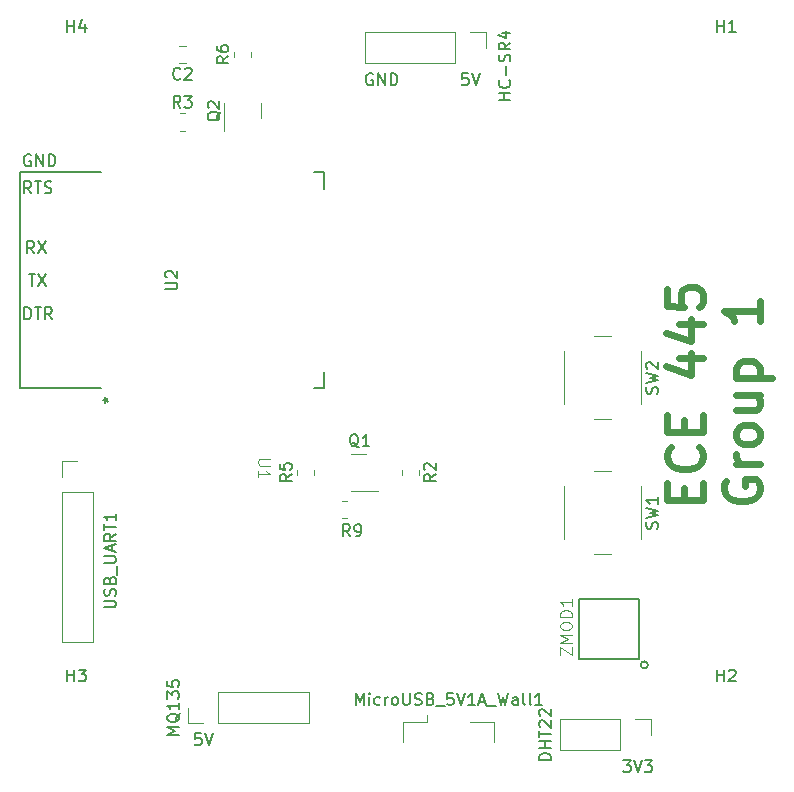
<source format=gbr>
%TF.GenerationSoftware,KiCad,Pcbnew,7.0.10*%
%TF.CreationDate,2024-03-04T00:36:13-06:00*%
%TF.ProjectId,ESP32,45535033-322e-46b6-9963-61645f706362,rev?*%
%TF.SameCoordinates,Original*%
%TF.FileFunction,Legend,Top*%
%TF.FilePolarity,Positive*%
%FSLAX46Y46*%
G04 Gerber Fmt 4.6, Leading zero omitted, Abs format (unit mm)*
G04 Created by KiCad (PCBNEW 7.0.10) date 2024-03-04 00:36:13*
%MOMM*%
%LPD*%
G01*
G04 APERTURE LIST*
%ADD10C,0.150000*%
%ADD11C,0.600000*%
%ADD12C,0.100000*%
%ADD13C,0.120000*%
%ADD14C,0.152400*%
G04 APERTURE END LIST*
D10*
X80616588Y-79689438D02*
X80521350Y-79641819D01*
X80521350Y-79641819D02*
X80378493Y-79641819D01*
X80378493Y-79641819D02*
X80235636Y-79689438D01*
X80235636Y-79689438D02*
X80140398Y-79784676D01*
X80140398Y-79784676D02*
X80092779Y-79879914D01*
X80092779Y-79879914D02*
X80045160Y-80070390D01*
X80045160Y-80070390D02*
X80045160Y-80213247D01*
X80045160Y-80213247D02*
X80092779Y-80403723D01*
X80092779Y-80403723D02*
X80140398Y-80498961D01*
X80140398Y-80498961D02*
X80235636Y-80594200D01*
X80235636Y-80594200D02*
X80378493Y-80641819D01*
X80378493Y-80641819D02*
X80473731Y-80641819D01*
X80473731Y-80641819D02*
X80616588Y-80594200D01*
X80616588Y-80594200D02*
X80664207Y-80546580D01*
X80664207Y-80546580D02*
X80664207Y-80213247D01*
X80664207Y-80213247D02*
X80473731Y-80213247D01*
X81092779Y-80641819D02*
X81092779Y-79641819D01*
X81092779Y-79641819D02*
X81664207Y-80641819D01*
X81664207Y-80641819D02*
X81664207Y-79641819D01*
X82140398Y-80641819D02*
X82140398Y-79641819D01*
X82140398Y-79641819D02*
X82378493Y-79641819D01*
X82378493Y-79641819D02*
X82521350Y-79689438D01*
X82521350Y-79689438D02*
X82616588Y-79784676D01*
X82616588Y-79784676D02*
X82664207Y-79879914D01*
X82664207Y-79879914D02*
X82711826Y-80070390D01*
X82711826Y-80070390D02*
X82711826Y-80213247D01*
X82711826Y-80213247D02*
X82664207Y-80403723D01*
X82664207Y-80403723D02*
X82616588Y-80498961D01*
X82616588Y-80498961D02*
X82521350Y-80594200D01*
X82521350Y-80594200D02*
X82378493Y-80641819D01*
X82378493Y-80641819D02*
X82140398Y-80641819D01*
X95046969Y-128663819D02*
X94570779Y-128663819D01*
X94570779Y-128663819D02*
X94523160Y-129140009D01*
X94523160Y-129140009D02*
X94570779Y-129092390D01*
X94570779Y-129092390D02*
X94666017Y-129044771D01*
X94666017Y-129044771D02*
X94904112Y-129044771D01*
X94904112Y-129044771D02*
X94999350Y-129092390D01*
X94999350Y-129092390D02*
X95046969Y-129140009D01*
X95046969Y-129140009D02*
X95094588Y-129235247D01*
X95094588Y-129235247D02*
X95094588Y-129473342D01*
X95094588Y-129473342D02*
X95046969Y-129568580D01*
X95046969Y-129568580D02*
X94999350Y-129616200D01*
X94999350Y-129616200D02*
X94904112Y-129663819D01*
X94904112Y-129663819D02*
X94666017Y-129663819D01*
X94666017Y-129663819D02*
X94570779Y-129616200D01*
X94570779Y-129616200D02*
X94523160Y-129568580D01*
X95380303Y-128663819D02*
X95713636Y-129663819D01*
X95713636Y-129663819D02*
X96046969Y-128663819D01*
X80664207Y-82927819D02*
X80330874Y-82451628D01*
X80092779Y-82927819D02*
X80092779Y-81927819D01*
X80092779Y-81927819D02*
X80473731Y-81927819D01*
X80473731Y-81927819D02*
X80568969Y-81975438D01*
X80568969Y-81975438D02*
X80616588Y-82023057D01*
X80616588Y-82023057D02*
X80664207Y-82118295D01*
X80664207Y-82118295D02*
X80664207Y-82261152D01*
X80664207Y-82261152D02*
X80616588Y-82356390D01*
X80616588Y-82356390D02*
X80568969Y-82404009D01*
X80568969Y-82404009D02*
X80473731Y-82451628D01*
X80473731Y-82451628D02*
X80092779Y-82451628D01*
X80949922Y-81927819D02*
X81521350Y-81927819D01*
X81235636Y-82927819D02*
X81235636Y-81927819D01*
X81807065Y-82880200D02*
X81949922Y-82927819D01*
X81949922Y-82927819D02*
X82188017Y-82927819D01*
X82188017Y-82927819D02*
X82283255Y-82880200D01*
X82283255Y-82880200D02*
X82330874Y-82832580D01*
X82330874Y-82832580D02*
X82378493Y-82737342D01*
X82378493Y-82737342D02*
X82378493Y-82642104D01*
X82378493Y-82642104D02*
X82330874Y-82546866D01*
X82330874Y-82546866D02*
X82283255Y-82499247D01*
X82283255Y-82499247D02*
X82188017Y-82451628D01*
X82188017Y-82451628D02*
X81997541Y-82404009D01*
X81997541Y-82404009D02*
X81902303Y-82356390D01*
X81902303Y-82356390D02*
X81854684Y-82308771D01*
X81854684Y-82308771D02*
X81807065Y-82213533D01*
X81807065Y-82213533D02*
X81807065Y-82118295D01*
X81807065Y-82118295D02*
X81854684Y-82023057D01*
X81854684Y-82023057D02*
X81902303Y-81975438D01*
X81902303Y-81975438D02*
X81997541Y-81927819D01*
X81997541Y-81927819D02*
X82235636Y-81927819D01*
X82235636Y-81927819D02*
X82378493Y-81975438D01*
D11*
X135948228Y-108872978D02*
X135948228Y-107872978D01*
X137519657Y-107444406D02*
X137519657Y-108872978D01*
X137519657Y-108872978D02*
X134519657Y-108872978D01*
X134519657Y-108872978D02*
X134519657Y-107444406D01*
X137233942Y-104444406D02*
X137376800Y-104587263D01*
X137376800Y-104587263D02*
X137519657Y-105015835D01*
X137519657Y-105015835D02*
X137519657Y-105301549D01*
X137519657Y-105301549D02*
X137376800Y-105730120D01*
X137376800Y-105730120D02*
X137091085Y-106015835D01*
X137091085Y-106015835D02*
X136805371Y-106158692D01*
X136805371Y-106158692D02*
X136233942Y-106301549D01*
X136233942Y-106301549D02*
X135805371Y-106301549D01*
X135805371Y-106301549D02*
X135233942Y-106158692D01*
X135233942Y-106158692D02*
X134948228Y-106015835D01*
X134948228Y-106015835D02*
X134662514Y-105730120D01*
X134662514Y-105730120D02*
X134519657Y-105301549D01*
X134519657Y-105301549D02*
X134519657Y-105015835D01*
X134519657Y-105015835D02*
X134662514Y-104587263D01*
X134662514Y-104587263D02*
X134805371Y-104444406D01*
X135948228Y-103158692D02*
X135948228Y-102158692D01*
X137519657Y-101730120D02*
X137519657Y-103158692D01*
X137519657Y-103158692D02*
X134519657Y-103158692D01*
X134519657Y-103158692D02*
X134519657Y-101730120D01*
X135519657Y-96872978D02*
X137519657Y-96872978D01*
X134376800Y-97587263D02*
X136519657Y-98301549D01*
X136519657Y-98301549D02*
X136519657Y-96444406D01*
X135519657Y-94015835D02*
X137519657Y-94015835D01*
X134376800Y-94730120D02*
X136519657Y-95444406D01*
X136519657Y-95444406D02*
X136519657Y-93587263D01*
X134519657Y-91015834D02*
X134519657Y-92444406D01*
X134519657Y-92444406D02*
X135948228Y-92587263D01*
X135948228Y-92587263D02*
X135805371Y-92444406D01*
X135805371Y-92444406D02*
X135662514Y-92158692D01*
X135662514Y-92158692D02*
X135662514Y-91444406D01*
X135662514Y-91444406D02*
X135805371Y-91158692D01*
X135805371Y-91158692D02*
X135948228Y-91015834D01*
X135948228Y-91015834D02*
X136233942Y-90872977D01*
X136233942Y-90872977D02*
X136948228Y-90872977D01*
X136948228Y-90872977D02*
X137233942Y-91015834D01*
X137233942Y-91015834D02*
X137376800Y-91158692D01*
X137376800Y-91158692D02*
X137519657Y-91444406D01*
X137519657Y-91444406D02*
X137519657Y-92158692D01*
X137519657Y-92158692D02*
X137376800Y-92444406D01*
X137376800Y-92444406D02*
X137233942Y-92587263D01*
X139492514Y-107301549D02*
X139349657Y-107587264D01*
X139349657Y-107587264D02*
X139349657Y-108015835D01*
X139349657Y-108015835D02*
X139492514Y-108444406D01*
X139492514Y-108444406D02*
X139778228Y-108730121D01*
X139778228Y-108730121D02*
X140063942Y-108872978D01*
X140063942Y-108872978D02*
X140635371Y-109015835D01*
X140635371Y-109015835D02*
X141063942Y-109015835D01*
X141063942Y-109015835D02*
X141635371Y-108872978D01*
X141635371Y-108872978D02*
X141921085Y-108730121D01*
X141921085Y-108730121D02*
X142206800Y-108444406D01*
X142206800Y-108444406D02*
X142349657Y-108015835D01*
X142349657Y-108015835D02*
X142349657Y-107730121D01*
X142349657Y-107730121D02*
X142206800Y-107301549D01*
X142206800Y-107301549D02*
X142063942Y-107158692D01*
X142063942Y-107158692D02*
X141063942Y-107158692D01*
X141063942Y-107158692D02*
X141063942Y-107730121D01*
X142349657Y-105872978D02*
X140349657Y-105872978D01*
X140921085Y-105872978D02*
X140635371Y-105730121D01*
X140635371Y-105730121D02*
X140492514Y-105587264D01*
X140492514Y-105587264D02*
X140349657Y-105301549D01*
X140349657Y-105301549D02*
X140349657Y-105015835D01*
X142349657Y-103587263D02*
X142206800Y-103872978D01*
X142206800Y-103872978D02*
X142063942Y-104015835D01*
X142063942Y-104015835D02*
X141778228Y-104158692D01*
X141778228Y-104158692D02*
X140921085Y-104158692D01*
X140921085Y-104158692D02*
X140635371Y-104015835D01*
X140635371Y-104015835D02*
X140492514Y-103872978D01*
X140492514Y-103872978D02*
X140349657Y-103587263D01*
X140349657Y-103587263D02*
X140349657Y-103158692D01*
X140349657Y-103158692D02*
X140492514Y-102872978D01*
X140492514Y-102872978D02*
X140635371Y-102730121D01*
X140635371Y-102730121D02*
X140921085Y-102587263D01*
X140921085Y-102587263D02*
X141778228Y-102587263D01*
X141778228Y-102587263D02*
X142063942Y-102730121D01*
X142063942Y-102730121D02*
X142206800Y-102872978D01*
X142206800Y-102872978D02*
X142349657Y-103158692D01*
X142349657Y-103158692D02*
X142349657Y-103587263D01*
X140349657Y-100015835D02*
X142349657Y-100015835D01*
X140349657Y-101301549D02*
X141921085Y-101301549D01*
X141921085Y-101301549D02*
X142206800Y-101158692D01*
X142206800Y-101158692D02*
X142349657Y-100872977D01*
X142349657Y-100872977D02*
X142349657Y-100444406D01*
X142349657Y-100444406D02*
X142206800Y-100158692D01*
X142206800Y-100158692D02*
X142063942Y-100015835D01*
X140349657Y-98587263D02*
X143349657Y-98587263D01*
X140492514Y-98587263D02*
X140349657Y-98301549D01*
X140349657Y-98301549D02*
X140349657Y-97730120D01*
X140349657Y-97730120D02*
X140492514Y-97444406D01*
X140492514Y-97444406D02*
X140635371Y-97301549D01*
X140635371Y-97301549D02*
X140921085Y-97158691D01*
X140921085Y-97158691D02*
X141778228Y-97158691D01*
X141778228Y-97158691D02*
X142063942Y-97301549D01*
X142063942Y-97301549D02*
X142206800Y-97444406D01*
X142206800Y-97444406D02*
X142349657Y-97730120D01*
X142349657Y-97730120D02*
X142349657Y-98301549D01*
X142349657Y-98301549D02*
X142206800Y-98587263D01*
X142349657Y-92015834D02*
X142349657Y-93730120D01*
X142349657Y-92872977D02*
X139349657Y-92872977D01*
X139349657Y-92872977D02*
X139778228Y-93158691D01*
X139778228Y-93158691D02*
X140063942Y-93444406D01*
X140063942Y-93444406D02*
X140206800Y-93730120D01*
D10*
X80092779Y-93595819D02*
X80092779Y-92595819D01*
X80092779Y-92595819D02*
X80330874Y-92595819D01*
X80330874Y-92595819D02*
X80473731Y-92643438D01*
X80473731Y-92643438D02*
X80568969Y-92738676D01*
X80568969Y-92738676D02*
X80616588Y-92833914D01*
X80616588Y-92833914D02*
X80664207Y-93024390D01*
X80664207Y-93024390D02*
X80664207Y-93167247D01*
X80664207Y-93167247D02*
X80616588Y-93357723D01*
X80616588Y-93357723D02*
X80568969Y-93452961D01*
X80568969Y-93452961D02*
X80473731Y-93548200D01*
X80473731Y-93548200D02*
X80330874Y-93595819D01*
X80330874Y-93595819D02*
X80092779Y-93595819D01*
X80949922Y-92595819D02*
X81521350Y-92595819D01*
X81235636Y-93595819D02*
X81235636Y-92595819D01*
X82426112Y-93595819D02*
X82092779Y-93119628D01*
X81854684Y-93595819D02*
X81854684Y-92595819D01*
X81854684Y-92595819D02*
X82235636Y-92595819D01*
X82235636Y-92595819D02*
X82330874Y-92643438D01*
X82330874Y-92643438D02*
X82378493Y-92691057D01*
X82378493Y-92691057D02*
X82426112Y-92786295D01*
X82426112Y-92786295D02*
X82426112Y-92929152D01*
X82426112Y-92929152D02*
X82378493Y-93024390D01*
X82378493Y-93024390D02*
X82330874Y-93072009D01*
X82330874Y-93072009D02*
X82235636Y-93119628D01*
X82235636Y-93119628D02*
X81854684Y-93119628D01*
X80918207Y-88007819D02*
X80584874Y-87531628D01*
X80346779Y-88007819D02*
X80346779Y-87007819D01*
X80346779Y-87007819D02*
X80727731Y-87007819D01*
X80727731Y-87007819D02*
X80822969Y-87055438D01*
X80822969Y-87055438D02*
X80870588Y-87103057D01*
X80870588Y-87103057D02*
X80918207Y-87198295D01*
X80918207Y-87198295D02*
X80918207Y-87341152D01*
X80918207Y-87341152D02*
X80870588Y-87436390D01*
X80870588Y-87436390D02*
X80822969Y-87484009D01*
X80822969Y-87484009D02*
X80727731Y-87531628D01*
X80727731Y-87531628D02*
X80346779Y-87531628D01*
X81251541Y-87007819D02*
X81918207Y-88007819D01*
X81918207Y-87007819D02*
X81251541Y-88007819D01*
X117652969Y-72783819D02*
X117176779Y-72783819D01*
X117176779Y-72783819D02*
X117129160Y-73260009D01*
X117129160Y-73260009D02*
X117176779Y-73212390D01*
X117176779Y-73212390D02*
X117272017Y-73164771D01*
X117272017Y-73164771D02*
X117510112Y-73164771D01*
X117510112Y-73164771D02*
X117605350Y-73212390D01*
X117605350Y-73212390D02*
X117652969Y-73260009D01*
X117652969Y-73260009D02*
X117700588Y-73355247D01*
X117700588Y-73355247D02*
X117700588Y-73593342D01*
X117700588Y-73593342D02*
X117652969Y-73688580D01*
X117652969Y-73688580D02*
X117605350Y-73736200D01*
X117605350Y-73736200D02*
X117510112Y-73783819D01*
X117510112Y-73783819D02*
X117272017Y-73783819D01*
X117272017Y-73783819D02*
X117176779Y-73736200D01*
X117176779Y-73736200D02*
X117129160Y-73688580D01*
X117986303Y-72783819D02*
X118319636Y-73783819D01*
X118319636Y-73783819D02*
X118652969Y-72783819D01*
X130797541Y-130949819D02*
X131416588Y-130949819D01*
X131416588Y-130949819D02*
X131083255Y-131330771D01*
X131083255Y-131330771D02*
X131226112Y-131330771D01*
X131226112Y-131330771D02*
X131321350Y-131378390D01*
X131321350Y-131378390D02*
X131368969Y-131426009D01*
X131368969Y-131426009D02*
X131416588Y-131521247D01*
X131416588Y-131521247D02*
X131416588Y-131759342D01*
X131416588Y-131759342D02*
X131368969Y-131854580D01*
X131368969Y-131854580D02*
X131321350Y-131902200D01*
X131321350Y-131902200D02*
X131226112Y-131949819D01*
X131226112Y-131949819D02*
X130940398Y-131949819D01*
X130940398Y-131949819D02*
X130845160Y-131902200D01*
X130845160Y-131902200D02*
X130797541Y-131854580D01*
X131702303Y-130949819D02*
X132035636Y-131949819D01*
X132035636Y-131949819D02*
X132368969Y-130949819D01*
X132607065Y-130949819D02*
X133226112Y-130949819D01*
X133226112Y-130949819D02*
X132892779Y-131330771D01*
X132892779Y-131330771D02*
X133035636Y-131330771D01*
X133035636Y-131330771D02*
X133130874Y-131378390D01*
X133130874Y-131378390D02*
X133178493Y-131426009D01*
X133178493Y-131426009D02*
X133226112Y-131521247D01*
X133226112Y-131521247D02*
X133226112Y-131759342D01*
X133226112Y-131759342D02*
X133178493Y-131854580D01*
X133178493Y-131854580D02*
X133130874Y-131902200D01*
X133130874Y-131902200D02*
X133035636Y-131949819D01*
X133035636Y-131949819D02*
X132749922Y-131949819D01*
X132749922Y-131949819D02*
X132654684Y-131902200D01*
X132654684Y-131902200D02*
X132607065Y-131854580D01*
X80457922Y-89801819D02*
X81029350Y-89801819D01*
X80743636Y-90801819D02*
X80743636Y-89801819D01*
X81267446Y-89801819D02*
X81934112Y-90801819D01*
X81934112Y-89801819D02*
X81267446Y-90801819D01*
X109572588Y-72831438D02*
X109477350Y-72783819D01*
X109477350Y-72783819D02*
X109334493Y-72783819D01*
X109334493Y-72783819D02*
X109191636Y-72831438D01*
X109191636Y-72831438D02*
X109096398Y-72926676D01*
X109096398Y-72926676D02*
X109048779Y-73021914D01*
X109048779Y-73021914D02*
X109001160Y-73212390D01*
X109001160Y-73212390D02*
X109001160Y-73355247D01*
X109001160Y-73355247D02*
X109048779Y-73545723D01*
X109048779Y-73545723D02*
X109096398Y-73640961D01*
X109096398Y-73640961D02*
X109191636Y-73736200D01*
X109191636Y-73736200D02*
X109334493Y-73783819D01*
X109334493Y-73783819D02*
X109429731Y-73783819D01*
X109429731Y-73783819D02*
X109572588Y-73736200D01*
X109572588Y-73736200D02*
X109620207Y-73688580D01*
X109620207Y-73688580D02*
X109620207Y-73355247D01*
X109620207Y-73355247D02*
X109429731Y-73355247D01*
X110048779Y-73783819D02*
X110048779Y-72783819D01*
X110048779Y-72783819D02*
X110620207Y-73783819D01*
X110620207Y-73783819D02*
X110620207Y-72783819D01*
X111096398Y-73783819D02*
X111096398Y-72783819D01*
X111096398Y-72783819D02*
X111334493Y-72783819D01*
X111334493Y-72783819D02*
X111477350Y-72831438D01*
X111477350Y-72831438D02*
X111572588Y-72926676D01*
X111572588Y-72926676D02*
X111620207Y-73021914D01*
X111620207Y-73021914D02*
X111667826Y-73212390D01*
X111667826Y-73212390D02*
X111667826Y-73355247D01*
X111667826Y-73355247D02*
X111620207Y-73545723D01*
X111620207Y-73545723D02*
X111572588Y-73640961D01*
X111572588Y-73640961D02*
X111477350Y-73736200D01*
X111477350Y-73736200D02*
X111334493Y-73783819D01*
X111334493Y-73783819D02*
X111096398Y-73783819D01*
X124660819Y-130897047D02*
X123660819Y-130897047D01*
X123660819Y-130897047D02*
X123660819Y-130658952D01*
X123660819Y-130658952D02*
X123708438Y-130516095D01*
X123708438Y-130516095D02*
X123803676Y-130420857D01*
X123803676Y-130420857D02*
X123898914Y-130373238D01*
X123898914Y-130373238D02*
X124089390Y-130325619D01*
X124089390Y-130325619D02*
X124232247Y-130325619D01*
X124232247Y-130325619D02*
X124422723Y-130373238D01*
X124422723Y-130373238D02*
X124517961Y-130420857D01*
X124517961Y-130420857D02*
X124613200Y-130516095D01*
X124613200Y-130516095D02*
X124660819Y-130658952D01*
X124660819Y-130658952D02*
X124660819Y-130897047D01*
X124660819Y-129897047D02*
X123660819Y-129897047D01*
X124137009Y-129897047D02*
X124137009Y-129325619D01*
X124660819Y-129325619D02*
X123660819Y-129325619D01*
X123660819Y-128992285D02*
X123660819Y-128420857D01*
X124660819Y-128706571D02*
X123660819Y-128706571D01*
X123756057Y-128135142D02*
X123708438Y-128087523D01*
X123708438Y-128087523D02*
X123660819Y-127992285D01*
X123660819Y-127992285D02*
X123660819Y-127754190D01*
X123660819Y-127754190D02*
X123708438Y-127658952D01*
X123708438Y-127658952D02*
X123756057Y-127611333D01*
X123756057Y-127611333D02*
X123851295Y-127563714D01*
X123851295Y-127563714D02*
X123946533Y-127563714D01*
X123946533Y-127563714D02*
X124089390Y-127611333D01*
X124089390Y-127611333D02*
X124660819Y-128182761D01*
X124660819Y-128182761D02*
X124660819Y-127563714D01*
X123756057Y-127182761D02*
X123708438Y-127135142D01*
X123708438Y-127135142D02*
X123660819Y-127039904D01*
X123660819Y-127039904D02*
X123660819Y-126801809D01*
X123660819Y-126801809D02*
X123708438Y-126706571D01*
X123708438Y-126706571D02*
X123756057Y-126658952D01*
X123756057Y-126658952D02*
X123851295Y-126611333D01*
X123851295Y-126611333D02*
X123946533Y-126611333D01*
X123946533Y-126611333D02*
X124089390Y-126658952D01*
X124089390Y-126658952D02*
X124660819Y-127230380D01*
X124660819Y-127230380D02*
X124660819Y-126611333D01*
X102714319Y-106719666D02*
X102238128Y-107052999D01*
X102714319Y-107291094D02*
X101714319Y-107291094D01*
X101714319Y-107291094D02*
X101714319Y-106910142D01*
X101714319Y-106910142D02*
X101761938Y-106814904D01*
X101761938Y-106814904D02*
X101809557Y-106767285D01*
X101809557Y-106767285D02*
X101904795Y-106719666D01*
X101904795Y-106719666D02*
X102047652Y-106719666D01*
X102047652Y-106719666D02*
X102142890Y-106767285D01*
X102142890Y-106767285D02*
X102190509Y-106814904D01*
X102190509Y-106814904D02*
X102238128Y-106910142D01*
X102238128Y-106910142D02*
X102238128Y-107291094D01*
X101714319Y-105814904D02*
X101714319Y-106291094D01*
X101714319Y-106291094D02*
X102190509Y-106338713D01*
X102190509Y-106338713D02*
X102142890Y-106291094D01*
X102142890Y-106291094D02*
X102095271Y-106195856D01*
X102095271Y-106195856D02*
X102095271Y-105957761D01*
X102095271Y-105957761D02*
X102142890Y-105862523D01*
X102142890Y-105862523D02*
X102190509Y-105814904D01*
X102190509Y-105814904D02*
X102285747Y-105767285D01*
X102285747Y-105767285D02*
X102523842Y-105767285D01*
X102523842Y-105767285D02*
X102619080Y-105814904D01*
X102619080Y-105814904D02*
X102666700Y-105862523D01*
X102666700Y-105862523D02*
X102714319Y-105957761D01*
X102714319Y-105957761D02*
X102714319Y-106195856D01*
X102714319Y-106195856D02*
X102666700Y-106291094D01*
X102666700Y-106291094D02*
X102619080Y-106338713D01*
X96702057Y-76041238D02*
X96654438Y-76136476D01*
X96654438Y-76136476D02*
X96559200Y-76231714D01*
X96559200Y-76231714D02*
X96416342Y-76374571D01*
X96416342Y-76374571D02*
X96368723Y-76469809D01*
X96368723Y-76469809D02*
X96368723Y-76565047D01*
X96606819Y-76517428D02*
X96559200Y-76612666D01*
X96559200Y-76612666D02*
X96463961Y-76707904D01*
X96463961Y-76707904D02*
X96273485Y-76755523D01*
X96273485Y-76755523D02*
X95940152Y-76755523D01*
X95940152Y-76755523D02*
X95749676Y-76707904D01*
X95749676Y-76707904D02*
X95654438Y-76612666D01*
X95654438Y-76612666D02*
X95606819Y-76517428D01*
X95606819Y-76517428D02*
X95606819Y-76326952D01*
X95606819Y-76326952D02*
X95654438Y-76231714D01*
X95654438Y-76231714D02*
X95749676Y-76136476D01*
X95749676Y-76136476D02*
X95940152Y-76088857D01*
X95940152Y-76088857D02*
X96273485Y-76088857D01*
X96273485Y-76088857D02*
X96463961Y-76136476D01*
X96463961Y-76136476D02*
X96559200Y-76231714D01*
X96559200Y-76231714D02*
X96606819Y-76326952D01*
X96606819Y-76326952D02*
X96606819Y-76517428D01*
X95702057Y-75707904D02*
X95654438Y-75660285D01*
X95654438Y-75660285D02*
X95606819Y-75565047D01*
X95606819Y-75565047D02*
X95606819Y-75326952D01*
X95606819Y-75326952D02*
X95654438Y-75231714D01*
X95654438Y-75231714D02*
X95702057Y-75184095D01*
X95702057Y-75184095D02*
X95797295Y-75136476D01*
X95797295Y-75136476D02*
X95892533Y-75136476D01*
X95892533Y-75136476D02*
X96035390Y-75184095D01*
X96035390Y-75184095D02*
X96606819Y-75755523D01*
X96606819Y-75755523D02*
X96606819Y-75136476D01*
D12*
X125441419Y-122038761D02*
X125441419Y-121372095D01*
X125441419Y-121372095D02*
X126441419Y-122038761D01*
X126441419Y-122038761D02*
X126441419Y-121372095D01*
X126441419Y-120991142D02*
X125441419Y-120991142D01*
X125441419Y-120991142D02*
X126155704Y-120657809D01*
X126155704Y-120657809D02*
X125441419Y-120324476D01*
X125441419Y-120324476D02*
X126441419Y-120324476D01*
X125441419Y-119657809D02*
X125441419Y-119467333D01*
X125441419Y-119467333D02*
X125489038Y-119372095D01*
X125489038Y-119372095D02*
X125584276Y-119276857D01*
X125584276Y-119276857D02*
X125774752Y-119229238D01*
X125774752Y-119229238D02*
X126108085Y-119229238D01*
X126108085Y-119229238D02*
X126298561Y-119276857D01*
X126298561Y-119276857D02*
X126393800Y-119372095D01*
X126393800Y-119372095D02*
X126441419Y-119467333D01*
X126441419Y-119467333D02*
X126441419Y-119657809D01*
X126441419Y-119657809D02*
X126393800Y-119753047D01*
X126393800Y-119753047D02*
X126298561Y-119848285D01*
X126298561Y-119848285D02*
X126108085Y-119895904D01*
X126108085Y-119895904D02*
X125774752Y-119895904D01*
X125774752Y-119895904D02*
X125584276Y-119848285D01*
X125584276Y-119848285D02*
X125489038Y-119753047D01*
X125489038Y-119753047D02*
X125441419Y-119657809D01*
X126441419Y-118800666D02*
X125441419Y-118800666D01*
X125441419Y-118800666D02*
X125441419Y-118562571D01*
X125441419Y-118562571D02*
X125489038Y-118419714D01*
X125489038Y-118419714D02*
X125584276Y-118324476D01*
X125584276Y-118324476D02*
X125679514Y-118276857D01*
X125679514Y-118276857D02*
X125869990Y-118229238D01*
X125869990Y-118229238D02*
X126012847Y-118229238D01*
X126012847Y-118229238D02*
X126203323Y-118276857D01*
X126203323Y-118276857D02*
X126298561Y-118324476D01*
X126298561Y-118324476D02*
X126393800Y-118419714D01*
X126393800Y-118419714D02*
X126441419Y-118562571D01*
X126441419Y-118562571D02*
X126441419Y-118800666D01*
X126441419Y-117276857D02*
X126441419Y-117848285D01*
X126441419Y-117562571D02*
X125441419Y-117562571D01*
X125441419Y-117562571D02*
X125584276Y-117657809D01*
X125584276Y-117657809D02*
X125679514Y-117753047D01*
X125679514Y-117753047D02*
X125727133Y-117848285D01*
D10*
X92034819Y-91058904D02*
X92844342Y-91058904D01*
X92844342Y-91058904D02*
X92939580Y-91011285D01*
X92939580Y-91011285D02*
X92987200Y-90963666D01*
X92987200Y-90963666D02*
X93034819Y-90868428D01*
X93034819Y-90868428D02*
X93034819Y-90677952D01*
X93034819Y-90677952D02*
X92987200Y-90582714D01*
X92987200Y-90582714D02*
X92939580Y-90535095D01*
X92939580Y-90535095D02*
X92844342Y-90487476D01*
X92844342Y-90487476D02*
X92034819Y-90487476D01*
X92130057Y-90058904D02*
X92082438Y-90011285D01*
X92082438Y-90011285D02*
X92034819Y-89916047D01*
X92034819Y-89916047D02*
X92034819Y-89677952D01*
X92034819Y-89677952D02*
X92082438Y-89582714D01*
X92082438Y-89582714D02*
X92130057Y-89535095D01*
X92130057Y-89535095D02*
X92225295Y-89487476D01*
X92225295Y-89487476D02*
X92320533Y-89487476D01*
X92320533Y-89487476D02*
X92463390Y-89535095D01*
X92463390Y-89535095D02*
X93034819Y-90106523D01*
X93034819Y-90106523D02*
X93034819Y-89487476D01*
X86774819Y-100431299D02*
X87012914Y-100431299D01*
X86917676Y-100669394D02*
X87012914Y-100431299D01*
X87012914Y-100431299D02*
X86917676Y-100193204D01*
X87203390Y-100574156D02*
X87012914Y-100431299D01*
X87012914Y-100431299D02*
X87203390Y-100288442D01*
X86774819Y-100431299D02*
X87012914Y-100431299D01*
X86917676Y-100669394D02*
X87012914Y-100431299D01*
X87012914Y-100431299D02*
X86917676Y-100193204D01*
X87203390Y-100574156D02*
X87012914Y-100431299D01*
X87012914Y-100431299D02*
X87203390Y-100288442D01*
X83738095Y-124254819D02*
X83738095Y-123254819D01*
X83738095Y-123731009D02*
X84309523Y-123731009D01*
X84309523Y-124254819D02*
X84309523Y-123254819D01*
X84690476Y-123254819D02*
X85309523Y-123254819D01*
X85309523Y-123254819D02*
X84976190Y-123635771D01*
X84976190Y-123635771D02*
X85119047Y-123635771D01*
X85119047Y-123635771D02*
X85214285Y-123683390D01*
X85214285Y-123683390D02*
X85261904Y-123731009D01*
X85261904Y-123731009D02*
X85309523Y-123826247D01*
X85309523Y-123826247D02*
X85309523Y-124064342D01*
X85309523Y-124064342D02*
X85261904Y-124159580D01*
X85261904Y-124159580D02*
X85214285Y-124207200D01*
X85214285Y-124207200D02*
X85119047Y-124254819D01*
X85119047Y-124254819D02*
X84833333Y-124254819D01*
X84833333Y-124254819D02*
X84738095Y-124207200D01*
X84738095Y-124207200D02*
X84690476Y-124159580D01*
X107656333Y-111960819D02*
X107323000Y-111484628D01*
X107084905Y-111960819D02*
X107084905Y-110960819D01*
X107084905Y-110960819D02*
X107465857Y-110960819D01*
X107465857Y-110960819D02*
X107561095Y-111008438D01*
X107561095Y-111008438D02*
X107608714Y-111056057D01*
X107608714Y-111056057D02*
X107656333Y-111151295D01*
X107656333Y-111151295D02*
X107656333Y-111294152D01*
X107656333Y-111294152D02*
X107608714Y-111389390D01*
X107608714Y-111389390D02*
X107561095Y-111437009D01*
X107561095Y-111437009D02*
X107465857Y-111484628D01*
X107465857Y-111484628D02*
X107084905Y-111484628D01*
X108132524Y-111960819D02*
X108323000Y-111960819D01*
X108323000Y-111960819D02*
X108418238Y-111913200D01*
X108418238Y-111913200D02*
X108465857Y-111865580D01*
X108465857Y-111865580D02*
X108561095Y-111722723D01*
X108561095Y-111722723D02*
X108608714Y-111532247D01*
X108608714Y-111532247D02*
X108608714Y-111151295D01*
X108608714Y-111151295D02*
X108561095Y-111056057D01*
X108561095Y-111056057D02*
X108513476Y-111008438D01*
X108513476Y-111008438D02*
X108418238Y-110960819D01*
X108418238Y-110960819D02*
X108227762Y-110960819D01*
X108227762Y-110960819D02*
X108132524Y-111008438D01*
X108132524Y-111008438D02*
X108084905Y-111056057D01*
X108084905Y-111056057D02*
X108037286Y-111151295D01*
X108037286Y-111151295D02*
X108037286Y-111389390D01*
X108037286Y-111389390D02*
X108084905Y-111484628D01*
X108084905Y-111484628D02*
X108132524Y-111532247D01*
X108132524Y-111532247D02*
X108227762Y-111579866D01*
X108227762Y-111579866D02*
X108418238Y-111579866D01*
X108418238Y-111579866D02*
X108513476Y-111532247D01*
X108513476Y-111532247D02*
X108561095Y-111484628D01*
X108561095Y-111484628D02*
X108608714Y-111389390D01*
X97356819Y-71335166D02*
X96880628Y-71668499D01*
X97356819Y-71906594D02*
X96356819Y-71906594D01*
X96356819Y-71906594D02*
X96356819Y-71525642D01*
X96356819Y-71525642D02*
X96404438Y-71430404D01*
X96404438Y-71430404D02*
X96452057Y-71382785D01*
X96452057Y-71382785D02*
X96547295Y-71335166D01*
X96547295Y-71335166D02*
X96690152Y-71335166D01*
X96690152Y-71335166D02*
X96785390Y-71382785D01*
X96785390Y-71382785D02*
X96833009Y-71430404D01*
X96833009Y-71430404D02*
X96880628Y-71525642D01*
X96880628Y-71525642D02*
X96880628Y-71906594D01*
X96356819Y-70478023D02*
X96356819Y-70668499D01*
X96356819Y-70668499D02*
X96404438Y-70763737D01*
X96404438Y-70763737D02*
X96452057Y-70811356D01*
X96452057Y-70811356D02*
X96594914Y-70906594D01*
X96594914Y-70906594D02*
X96785390Y-70954213D01*
X96785390Y-70954213D02*
X97166342Y-70954213D01*
X97166342Y-70954213D02*
X97261580Y-70906594D01*
X97261580Y-70906594D02*
X97309200Y-70858975D01*
X97309200Y-70858975D02*
X97356819Y-70763737D01*
X97356819Y-70763737D02*
X97356819Y-70573261D01*
X97356819Y-70573261D02*
X97309200Y-70478023D01*
X97309200Y-70478023D02*
X97261580Y-70430404D01*
X97261580Y-70430404D02*
X97166342Y-70382785D01*
X97166342Y-70382785D02*
X96928247Y-70382785D01*
X96928247Y-70382785D02*
X96833009Y-70430404D01*
X96833009Y-70430404D02*
X96785390Y-70478023D01*
X96785390Y-70478023D02*
X96737771Y-70573261D01*
X96737771Y-70573261D02*
X96737771Y-70763737D01*
X96737771Y-70763737D02*
X96785390Y-70858975D01*
X96785390Y-70858975D02*
X96833009Y-70906594D01*
X96833009Y-70906594D02*
X96928247Y-70954213D01*
X93164819Y-128777713D02*
X92164819Y-128777713D01*
X92164819Y-128777713D02*
X92879104Y-128444380D01*
X92879104Y-128444380D02*
X92164819Y-128111047D01*
X92164819Y-128111047D02*
X93164819Y-128111047D01*
X93260057Y-126968190D02*
X93212438Y-127063428D01*
X93212438Y-127063428D02*
X93117200Y-127158666D01*
X93117200Y-127158666D02*
X92974342Y-127301523D01*
X92974342Y-127301523D02*
X92926723Y-127396761D01*
X92926723Y-127396761D02*
X92926723Y-127491999D01*
X93164819Y-127444380D02*
X93117200Y-127539618D01*
X93117200Y-127539618D02*
X93021961Y-127634856D01*
X93021961Y-127634856D02*
X92831485Y-127682475D01*
X92831485Y-127682475D02*
X92498152Y-127682475D01*
X92498152Y-127682475D02*
X92307676Y-127634856D01*
X92307676Y-127634856D02*
X92212438Y-127539618D01*
X92212438Y-127539618D02*
X92164819Y-127444380D01*
X92164819Y-127444380D02*
X92164819Y-127253904D01*
X92164819Y-127253904D02*
X92212438Y-127158666D01*
X92212438Y-127158666D02*
X92307676Y-127063428D01*
X92307676Y-127063428D02*
X92498152Y-127015809D01*
X92498152Y-127015809D02*
X92831485Y-127015809D01*
X92831485Y-127015809D02*
X93021961Y-127063428D01*
X93021961Y-127063428D02*
X93117200Y-127158666D01*
X93117200Y-127158666D02*
X93164819Y-127253904D01*
X93164819Y-127253904D02*
X93164819Y-127444380D01*
X93164819Y-126063428D02*
X93164819Y-126634856D01*
X93164819Y-126349142D02*
X92164819Y-126349142D01*
X92164819Y-126349142D02*
X92307676Y-126444380D01*
X92307676Y-126444380D02*
X92402914Y-126539618D01*
X92402914Y-126539618D02*
X92450533Y-126634856D01*
X92164819Y-125730094D02*
X92164819Y-125111047D01*
X92164819Y-125111047D02*
X92545771Y-125444380D01*
X92545771Y-125444380D02*
X92545771Y-125301523D01*
X92545771Y-125301523D02*
X92593390Y-125206285D01*
X92593390Y-125206285D02*
X92641009Y-125158666D01*
X92641009Y-125158666D02*
X92736247Y-125111047D01*
X92736247Y-125111047D02*
X92974342Y-125111047D01*
X92974342Y-125111047D02*
X93069580Y-125158666D01*
X93069580Y-125158666D02*
X93117200Y-125206285D01*
X93117200Y-125206285D02*
X93164819Y-125301523D01*
X93164819Y-125301523D02*
X93164819Y-125587237D01*
X93164819Y-125587237D02*
X93117200Y-125682475D01*
X93117200Y-125682475D02*
X93069580Y-125730094D01*
X92164819Y-124206285D02*
X92164819Y-124682475D01*
X92164819Y-124682475D02*
X92641009Y-124730094D01*
X92641009Y-124730094D02*
X92593390Y-124682475D01*
X92593390Y-124682475D02*
X92545771Y-124587237D01*
X92545771Y-124587237D02*
X92545771Y-124349142D01*
X92545771Y-124349142D02*
X92593390Y-124253904D01*
X92593390Y-124253904D02*
X92641009Y-124206285D01*
X92641009Y-124206285D02*
X92736247Y-124158666D01*
X92736247Y-124158666D02*
X92974342Y-124158666D01*
X92974342Y-124158666D02*
X93069580Y-124206285D01*
X93069580Y-124206285D02*
X93117200Y-124253904D01*
X93117200Y-124253904D02*
X93164819Y-124349142D01*
X93164819Y-124349142D02*
X93164819Y-124587237D01*
X93164819Y-124587237D02*
X93117200Y-124682475D01*
X93117200Y-124682475D02*
X93069580Y-124730094D01*
X108386261Y-104436057D02*
X108291023Y-104388438D01*
X108291023Y-104388438D02*
X108195785Y-104293200D01*
X108195785Y-104293200D02*
X108052928Y-104150342D01*
X108052928Y-104150342D02*
X107957690Y-104102723D01*
X107957690Y-104102723D02*
X107862452Y-104102723D01*
X107910071Y-104340819D02*
X107814833Y-104293200D01*
X107814833Y-104293200D02*
X107719595Y-104197961D01*
X107719595Y-104197961D02*
X107671976Y-104007485D01*
X107671976Y-104007485D02*
X107671976Y-103674152D01*
X107671976Y-103674152D02*
X107719595Y-103483676D01*
X107719595Y-103483676D02*
X107814833Y-103388438D01*
X107814833Y-103388438D02*
X107910071Y-103340819D01*
X107910071Y-103340819D02*
X108100547Y-103340819D01*
X108100547Y-103340819D02*
X108195785Y-103388438D01*
X108195785Y-103388438D02*
X108291023Y-103483676D01*
X108291023Y-103483676D02*
X108338642Y-103674152D01*
X108338642Y-103674152D02*
X108338642Y-104007485D01*
X108338642Y-104007485D02*
X108291023Y-104197961D01*
X108291023Y-104197961D02*
X108195785Y-104293200D01*
X108195785Y-104293200D02*
X108100547Y-104340819D01*
X108100547Y-104340819D02*
X107910071Y-104340819D01*
X109291023Y-104340819D02*
X108719595Y-104340819D01*
X109005309Y-104340819D02*
X109005309Y-103340819D01*
X109005309Y-103340819D02*
X108910071Y-103483676D01*
X108910071Y-103483676D02*
X108814833Y-103578914D01*
X108814833Y-103578914D02*
X108719595Y-103626533D01*
X133689200Y-99885332D02*
X133736819Y-99742475D01*
X133736819Y-99742475D02*
X133736819Y-99504380D01*
X133736819Y-99504380D02*
X133689200Y-99409142D01*
X133689200Y-99409142D02*
X133641580Y-99361523D01*
X133641580Y-99361523D02*
X133546342Y-99313904D01*
X133546342Y-99313904D02*
X133451104Y-99313904D01*
X133451104Y-99313904D02*
X133355866Y-99361523D01*
X133355866Y-99361523D02*
X133308247Y-99409142D01*
X133308247Y-99409142D02*
X133260628Y-99504380D01*
X133260628Y-99504380D02*
X133213009Y-99694856D01*
X133213009Y-99694856D02*
X133165390Y-99790094D01*
X133165390Y-99790094D02*
X133117771Y-99837713D01*
X133117771Y-99837713D02*
X133022533Y-99885332D01*
X133022533Y-99885332D02*
X132927295Y-99885332D01*
X132927295Y-99885332D02*
X132832057Y-99837713D01*
X132832057Y-99837713D02*
X132784438Y-99790094D01*
X132784438Y-99790094D02*
X132736819Y-99694856D01*
X132736819Y-99694856D02*
X132736819Y-99456761D01*
X132736819Y-99456761D02*
X132784438Y-99313904D01*
X132736819Y-98980570D02*
X133736819Y-98742475D01*
X133736819Y-98742475D02*
X133022533Y-98551999D01*
X133022533Y-98551999D02*
X133736819Y-98361523D01*
X133736819Y-98361523D02*
X132736819Y-98123428D01*
X132832057Y-97790094D02*
X132784438Y-97742475D01*
X132784438Y-97742475D02*
X132736819Y-97647237D01*
X132736819Y-97647237D02*
X132736819Y-97409142D01*
X132736819Y-97409142D02*
X132784438Y-97313904D01*
X132784438Y-97313904D02*
X132832057Y-97266285D01*
X132832057Y-97266285D02*
X132927295Y-97218666D01*
X132927295Y-97218666D02*
X133022533Y-97218666D01*
X133022533Y-97218666D02*
X133165390Y-97266285D01*
X133165390Y-97266285D02*
X133736819Y-97837713D01*
X133736819Y-97837713D02*
X133736819Y-97218666D01*
X108142856Y-126254819D02*
X108142856Y-125254819D01*
X108142856Y-125254819D02*
X108476189Y-125969104D01*
X108476189Y-125969104D02*
X108809522Y-125254819D01*
X108809522Y-125254819D02*
X108809522Y-126254819D01*
X109285713Y-126254819D02*
X109285713Y-125588152D01*
X109285713Y-125254819D02*
X109238094Y-125302438D01*
X109238094Y-125302438D02*
X109285713Y-125350057D01*
X109285713Y-125350057D02*
X109333332Y-125302438D01*
X109333332Y-125302438D02*
X109285713Y-125254819D01*
X109285713Y-125254819D02*
X109285713Y-125350057D01*
X110190474Y-126207200D02*
X110095236Y-126254819D01*
X110095236Y-126254819D02*
X109904760Y-126254819D01*
X109904760Y-126254819D02*
X109809522Y-126207200D01*
X109809522Y-126207200D02*
X109761903Y-126159580D01*
X109761903Y-126159580D02*
X109714284Y-126064342D01*
X109714284Y-126064342D02*
X109714284Y-125778628D01*
X109714284Y-125778628D02*
X109761903Y-125683390D01*
X109761903Y-125683390D02*
X109809522Y-125635771D01*
X109809522Y-125635771D02*
X109904760Y-125588152D01*
X109904760Y-125588152D02*
X110095236Y-125588152D01*
X110095236Y-125588152D02*
X110190474Y-125635771D01*
X110619046Y-126254819D02*
X110619046Y-125588152D01*
X110619046Y-125778628D02*
X110666665Y-125683390D01*
X110666665Y-125683390D02*
X110714284Y-125635771D01*
X110714284Y-125635771D02*
X110809522Y-125588152D01*
X110809522Y-125588152D02*
X110904760Y-125588152D01*
X111380951Y-126254819D02*
X111285713Y-126207200D01*
X111285713Y-126207200D02*
X111238094Y-126159580D01*
X111238094Y-126159580D02*
X111190475Y-126064342D01*
X111190475Y-126064342D02*
X111190475Y-125778628D01*
X111190475Y-125778628D02*
X111238094Y-125683390D01*
X111238094Y-125683390D02*
X111285713Y-125635771D01*
X111285713Y-125635771D02*
X111380951Y-125588152D01*
X111380951Y-125588152D02*
X111523808Y-125588152D01*
X111523808Y-125588152D02*
X111619046Y-125635771D01*
X111619046Y-125635771D02*
X111666665Y-125683390D01*
X111666665Y-125683390D02*
X111714284Y-125778628D01*
X111714284Y-125778628D02*
X111714284Y-126064342D01*
X111714284Y-126064342D02*
X111666665Y-126159580D01*
X111666665Y-126159580D02*
X111619046Y-126207200D01*
X111619046Y-126207200D02*
X111523808Y-126254819D01*
X111523808Y-126254819D02*
X111380951Y-126254819D01*
X112142856Y-125254819D02*
X112142856Y-126064342D01*
X112142856Y-126064342D02*
X112190475Y-126159580D01*
X112190475Y-126159580D02*
X112238094Y-126207200D01*
X112238094Y-126207200D02*
X112333332Y-126254819D01*
X112333332Y-126254819D02*
X112523808Y-126254819D01*
X112523808Y-126254819D02*
X112619046Y-126207200D01*
X112619046Y-126207200D02*
X112666665Y-126159580D01*
X112666665Y-126159580D02*
X112714284Y-126064342D01*
X112714284Y-126064342D02*
X112714284Y-125254819D01*
X113142856Y-126207200D02*
X113285713Y-126254819D01*
X113285713Y-126254819D02*
X113523808Y-126254819D01*
X113523808Y-126254819D02*
X113619046Y-126207200D01*
X113619046Y-126207200D02*
X113666665Y-126159580D01*
X113666665Y-126159580D02*
X113714284Y-126064342D01*
X113714284Y-126064342D02*
X113714284Y-125969104D01*
X113714284Y-125969104D02*
X113666665Y-125873866D01*
X113666665Y-125873866D02*
X113619046Y-125826247D01*
X113619046Y-125826247D02*
X113523808Y-125778628D01*
X113523808Y-125778628D02*
X113333332Y-125731009D01*
X113333332Y-125731009D02*
X113238094Y-125683390D01*
X113238094Y-125683390D02*
X113190475Y-125635771D01*
X113190475Y-125635771D02*
X113142856Y-125540533D01*
X113142856Y-125540533D02*
X113142856Y-125445295D01*
X113142856Y-125445295D02*
X113190475Y-125350057D01*
X113190475Y-125350057D02*
X113238094Y-125302438D01*
X113238094Y-125302438D02*
X113333332Y-125254819D01*
X113333332Y-125254819D02*
X113571427Y-125254819D01*
X113571427Y-125254819D02*
X113714284Y-125302438D01*
X114476189Y-125731009D02*
X114619046Y-125778628D01*
X114619046Y-125778628D02*
X114666665Y-125826247D01*
X114666665Y-125826247D02*
X114714284Y-125921485D01*
X114714284Y-125921485D02*
X114714284Y-126064342D01*
X114714284Y-126064342D02*
X114666665Y-126159580D01*
X114666665Y-126159580D02*
X114619046Y-126207200D01*
X114619046Y-126207200D02*
X114523808Y-126254819D01*
X114523808Y-126254819D02*
X114142856Y-126254819D01*
X114142856Y-126254819D02*
X114142856Y-125254819D01*
X114142856Y-125254819D02*
X114476189Y-125254819D01*
X114476189Y-125254819D02*
X114571427Y-125302438D01*
X114571427Y-125302438D02*
X114619046Y-125350057D01*
X114619046Y-125350057D02*
X114666665Y-125445295D01*
X114666665Y-125445295D02*
X114666665Y-125540533D01*
X114666665Y-125540533D02*
X114619046Y-125635771D01*
X114619046Y-125635771D02*
X114571427Y-125683390D01*
X114571427Y-125683390D02*
X114476189Y-125731009D01*
X114476189Y-125731009D02*
X114142856Y-125731009D01*
X114904761Y-126350057D02*
X115666665Y-126350057D01*
X116380951Y-125254819D02*
X115904761Y-125254819D01*
X115904761Y-125254819D02*
X115857142Y-125731009D01*
X115857142Y-125731009D02*
X115904761Y-125683390D01*
X115904761Y-125683390D02*
X115999999Y-125635771D01*
X115999999Y-125635771D02*
X116238094Y-125635771D01*
X116238094Y-125635771D02*
X116333332Y-125683390D01*
X116333332Y-125683390D02*
X116380951Y-125731009D01*
X116380951Y-125731009D02*
X116428570Y-125826247D01*
X116428570Y-125826247D02*
X116428570Y-126064342D01*
X116428570Y-126064342D02*
X116380951Y-126159580D01*
X116380951Y-126159580D02*
X116333332Y-126207200D01*
X116333332Y-126207200D02*
X116238094Y-126254819D01*
X116238094Y-126254819D02*
X115999999Y-126254819D01*
X115999999Y-126254819D02*
X115904761Y-126207200D01*
X115904761Y-126207200D02*
X115857142Y-126159580D01*
X116714285Y-125254819D02*
X117047618Y-126254819D01*
X117047618Y-126254819D02*
X117380951Y-125254819D01*
X118238094Y-126254819D02*
X117666666Y-126254819D01*
X117952380Y-126254819D02*
X117952380Y-125254819D01*
X117952380Y-125254819D02*
X117857142Y-125397676D01*
X117857142Y-125397676D02*
X117761904Y-125492914D01*
X117761904Y-125492914D02*
X117666666Y-125540533D01*
X118619047Y-125969104D02*
X119095237Y-125969104D01*
X118523809Y-126254819D02*
X118857142Y-125254819D01*
X118857142Y-125254819D02*
X119190475Y-126254819D01*
X119285714Y-126350057D02*
X120047618Y-126350057D01*
X120190476Y-125254819D02*
X120428571Y-126254819D01*
X120428571Y-126254819D02*
X120619047Y-125540533D01*
X120619047Y-125540533D02*
X120809523Y-126254819D01*
X120809523Y-126254819D02*
X121047619Y-125254819D01*
X121857142Y-126254819D02*
X121857142Y-125731009D01*
X121857142Y-125731009D02*
X121809523Y-125635771D01*
X121809523Y-125635771D02*
X121714285Y-125588152D01*
X121714285Y-125588152D02*
X121523809Y-125588152D01*
X121523809Y-125588152D02*
X121428571Y-125635771D01*
X121857142Y-126207200D02*
X121761904Y-126254819D01*
X121761904Y-126254819D02*
X121523809Y-126254819D01*
X121523809Y-126254819D02*
X121428571Y-126207200D01*
X121428571Y-126207200D02*
X121380952Y-126111961D01*
X121380952Y-126111961D02*
X121380952Y-126016723D01*
X121380952Y-126016723D02*
X121428571Y-125921485D01*
X121428571Y-125921485D02*
X121523809Y-125873866D01*
X121523809Y-125873866D02*
X121761904Y-125873866D01*
X121761904Y-125873866D02*
X121857142Y-125826247D01*
X122476190Y-126254819D02*
X122380952Y-126207200D01*
X122380952Y-126207200D02*
X122333333Y-126111961D01*
X122333333Y-126111961D02*
X122333333Y-125254819D01*
X123000000Y-126254819D02*
X122904762Y-126207200D01*
X122904762Y-126207200D02*
X122857143Y-126111961D01*
X122857143Y-126111961D02*
X122857143Y-125254819D01*
X123904762Y-126254819D02*
X123333334Y-126254819D01*
X123619048Y-126254819D02*
X123619048Y-125254819D01*
X123619048Y-125254819D02*
X123523810Y-125397676D01*
X123523810Y-125397676D02*
X123428572Y-125492914D01*
X123428572Y-125492914D02*
X123333334Y-125540533D01*
X114904319Y-106719666D02*
X114428128Y-107052999D01*
X114904319Y-107291094D02*
X113904319Y-107291094D01*
X113904319Y-107291094D02*
X113904319Y-106910142D01*
X113904319Y-106910142D02*
X113951938Y-106814904D01*
X113951938Y-106814904D02*
X113999557Y-106767285D01*
X113999557Y-106767285D02*
X114094795Y-106719666D01*
X114094795Y-106719666D02*
X114237652Y-106719666D01*
X114237652Y-106719666D02*
X114332890Y-106767285D01*
X114332890Y-106767285D02*
X114380509Y-106814904D01*
X114380509Y-106814904D02*
X114428128Y-106910142D01*
X114428128Y-106910142D02*
X114428128Y-107291094D01*
X113999557Y-106338713D02*
X113951938Y-106291094D01*
X113951938Y-106291094D02*
X113904319Y-106195856D01*
X113904319Y-106195856D02*
X113904319Y-105957761D01*
X113904319Y-105957761D02*
X113951938Y-105862523D01*
X113951938Y-105862523D02*
X113999557Y-105814904D01*
X113999557Y-105814904D02*
X114094795Y-105767285D01*
X114094795Y-105767285D02*
X114190033Y-105767285D01*
X114190033Y-105767285D02*
X114332890Y-105814904D01*
X114332890Y-105814904D02*
X114904319Y-106386332D01*
X114904319Y-106386332D02*
X114904319Y-105767285D01*
X86830819Y-117998380D02*
X87640342Y-117998380D01*
X87640342Y-117998380D02*
X87735580Y-117950761D01*
X87735580Y-117950761D02*
X87783200Y-117903142D01*
X87783200Y-117903142D02*
X87830819Y-117807904D01*
X87830819Y-117807904D02*
X87830819Y-117617428D01*
X87830819Y-117617428D02*
X87783200Y-117522190D01*
X87783200Y-117522190D02*
X87735580Y-117474571D01*
X87735580Y-117474571D02*
X87640342Y-117426952D01*
X87640342Y-117426952D02*
X86830819Y-117426952D01*
X87783200Y-116998380D02*
X87830819Y-116855523D01*
X87830819Y-116855523D02*
X87830819Y-116617428D01*
X87830819Y-116617428D02*
X87783200Y-116522190D01*
X87783200Y-116522190D02*
X87735580Y-116474571D01*
X87735580Y-116474571D02*
X87640342Y-116426952D01*
X87640342Y-116426952D02*
X87545104Y-116426952D01*
X87545104Y-116426952D02*
X87449866Y-116474571D01*
X87449866Y-116474571D02*
X87402247Y-116522190D01*
X87402247Y-116522190D02*
X87354628Y-116617428D01*
X87354628Y-116617428D02*
X87307009Y-116807904D01*
X87307009Y-116807904D02*
X87259390Y-116903142D01*
X87259390Y-116903142D02*
X87211771Y-116950761D01*
X87211771Y-116950761D02*
X87116533Y-116998380D01*
X87116533Y-116998380D02*
X87021295Y-116998380D01*
X87021295Y-116998380D02*
X86926057Y-116950761D01*
X86926057Y-116950761D02*
X86878438Y-116903142D01*
X86878438Y-116903142D02*
X86830819Y-116807904D01*
X86830819Y-116807904D02*
X86830819Y-116569809D01*
X86830819Y-116569809D02*
X86878438Y-116426952D01*
X87307009Y-115665047D02*
X87354628Y-115522190D01*
X87354628Y-115522190D02*
X87402247Y-115474571D01*
X87402247Y-115474571D02*
X87497485Y-115426952D01*
X87497485Y-115426952D02*
X87640342Y-115426952D01*
X87640342Y-115426952D02*
X87735580Y-115474571D01*
X87735580Y-115474571D02*
X87783200Y-115522190D01*
X87783200Y-115522190D02*
X87830819Y-115617428D01*
X87830819Y-115617428D02*
X87830819Y-115998380D01*
X87830819Y-115998380D02*
X86830819Y-115998380D01*
X86830819Y-115998380D02*
X86830819Y-115665047D01*
X86830819Y-115665047D02*
X86878438Y-115569809D01*
X86878438Y-115569809D02*
X86926057Y-115522190D01*
X86926057Y-115522190D02*
X87021295Y-115474571D01*
X87021295Y-115474571D02*
X87116533Y-115474571D01*
X87116533Y-115474571D02*
X87211771Y-115522190D01*
X87211771Y-115522190D02*
X87259390Y-115569809D01*
X87259390Y-115569809D02*
X87307009Y-115665047D01*
X87307009Y-115665047D02*
X87307009Y-115998380D01*
X87926057Y-115236476D02*
X87926057Y-114474571D01*
X86830819Y-114236475D02*
X87640342Y-114236475D01*
X87640342Y-114236475D02*
X87735580Y-114188856D01*
X87735580Y-114188856D02*
X87783200Y-114141237D01*
X87783200Y-114141237D02*
X87830819Y-114045999D01*
X87830819Y-114045999D02*
X87830819Y-113855523D01*
X87830819Y-113855523D02*
X87783200Y-113760285D01*
X87783200Y-113760285D02*
X87735580Y-113712666D01*
X87735580Y-113712666D02*
X87640342Y-113665047D01*
X87640342Y-113665047D02*
X86830819Y-113665047D01*
X87545104Y-113236475D02*
X87545104Y-112760285D01*
X87830819Y-113331713D02*
X86830819Y-112998380D01*
X86830819Y-112998380D02*
X87830819Y-112665047D01*
X87830819Y-111760285D02*
X87354628Y-112093618D01*
X87830819Y-112331713D02*
X86830819Y-112331713D01*
X86830819Y-112331713D02*
X86830819Y-111950761D01*
X86830819Y-111950761D02*
X86878438Y-111855523D01*
X86878438Y-111855523D02*
X86926057Y-111807904D01*
X86926057Y-111807904D02*
X87021295Y-111760285D01*
X87021295Y-111760285D02*
X87164152Y-111760285D01*
X87164152Y-111760285D02*
X87259390Y-111807904D01*
X87259390Y-111807904D02*
X87307009Y-111855523D01*
X87307009Y-111855523D02*
X87354628Y-111950761D01*
X87354628Y-111950761D02*
X87354628Y-112331713D01*
X86830819Y-111474570D02*
X86830819Y-110903142D01*
X87830819Y-111188856D02*
X86830819Y-111188856D01*
X87830819Y-110045999D02*
X87830819Y-110617427D01*
X87830819Y-110331713D02*
X86830819Y-110331713D01*
X86830819Y-110331713D02*
X86973676Y-110426951D01*
X86973676Y-110426951D02*
X87068914Y-110522189D01*
X87068914Y-110522189D02*
X87116533Y-110617427D01*
X133689200Y-111315332D02*
X133736819Y-111172475D01*
X133736819Y-111172475D02*
X133736819Y-110934380D01*
X133736819Y-110934380D02*
X133689200Y-110839142D01*
X133689200Y-110839142D02*
X133641580Y-110791523D01*
X133641580Y-110791523D02*
X133546342Y-110743904D01*
X133546342Y-110743904D02*
X133451104Y-110743904D01*
X133451104Y-110743904D02*
X133355866Y-110791523D01*
X133355866Y-110791523D02*
X133308247Y-110839142D01*
X133308247Y-110839142D02*
X133260628Y-110934380D01*
X133260628Y-110934380D02*
X133213009Y-111124856D01*
X133213009Y-111124856D02*
X133165390Y-111220094D01*
X133165390Y-111220094D02*
X133117771Y-111267713D01*
X133117771Y-111267713D02*
X133022533Y-111315332D01*
X133022533Y-111315332D02*
X132927295Y-111315332D01*
X132927295Y-111315332D02*
X132832057Y-111267713D01*
X132832057Y-111267713D02*
X132784438Y-111220094D01*
X132784438Y-111220094D02*
X132736819Y-111124856D01*
X132736819Y-111124856D02*
X132736819Y-110886761D01*
X132736819Y-110886761D02*
X132784438Y-110743904D01*
X132736819Y-110410570D02*
X133736819Y-110172475D01*
X133736819Y-110172475D02*
X133022533Y-109981999D01*
X133022533Y-109981999D02*
X133736819Y-109791523D01*
X133736819Y-109791523D02*
X132736819Y-109553428D01*
X133736819Y-108648666D02*
X133736819Y-109220094D01*
X133736819Y-108934380D02*
X132736819Y-108934380D01*
X132736819Y-108934380D02*
X132879676Y-109029618D01*
X132879676Y-109029618D02*
X132974914Y-109124856D01*
X132974914Y-109124856D02*
X133022533Y-109220094D01*
X93305333Y-73208080D02*
X93257714Y-73255700D01*
X93257714Y-73255700D02*
X93114857Y-73303319D01*
X93114857Y-73303319D02*
X93019619Y-73303319D01*
X93019619Y-73303319D02*
X92876762Y-73255700D01*
X92876762Y-73255700D02*
X92781524Y-73160461D01*
X92781524Y-73160461D02*
X92733905Y-73065223D01*
X92733905Y-73065223D02*
X92686286Y-72874747D01*
X92686286Y-72874747D02*
X92686286Y-72731890D01*
X92686286Y-72731890D02*
X92733905Y-72541414D01*
X92733905Y-72541414D02*
X92781524Y-72446176D01*
X92781524Y-72446176D02*
X92876762Y-72350938D01*
X92876762Y-72350938D02*
X93019619Y-72303319D01*
X93019619Y-72303319D02*
X93114857Y-72303319D01*
X93114857Y-72303319D02*
X93257714Y-72350938D01*
X93257714Y-72350938D02*
X93305333Y-72398557D01*
X93686286Y-72398557D02*
X93733905Y-72350938D01*
X93733905Y-72350938D02*
X93829143Y-72303319D01*
X93829143Y-72303319D02*
X94067238Y-72303319D01*
X94067238Y-72303319D02*
X94162476Y-72350938D01*
X94162476Y-72350938D02*
X94210095Y-72398557D01*
X94210095Y-72398557D02*
X94257714Y-72493795D01*
X94257714Y-72493795D02*
X94257714Y-72589033D01*
X94257714Y-72589033D02*
X94210095Y-72731890D01*
X94210095Y-72731890D02*
X93638667Y-73303319D01*
X93638667Y-73303319D02*
X94257714Y-73303319D01*
D12*
X100872580Y-105410095D02*
X100063057Y-105410095D01*
X100063057Y-105410095D02*
X99967819Y-105457714D01*
X99967819Y-105457714D02*
X99920200Y-105505333D01*
X99920200Y-105505333D02*
X99872580Y-105600571D01*
X99872580Y-105600571D02*
X99872580Y-105791047D01*
X99872580Y-105791047D02*
X99920200Y-105886285D01*
X99920200Y-105886285D02*
X99967819Y-105933904D01*
X99967819Y-105933904D02*
X100063057Y-105981523D01*
X100063057Y-105981523D02*
X100872580Y-105981523D01*
X99872580Y-106981523D02*
X99872580Y-106410095D01*
X99872580Y-106695809D02*
X100872580Y-106695809D01*
X100872580Y-106695809D02*
X100729723Y-106600571D01*
X100729723Y-106600571D02*
X100634485Y-106505333D01*
X100634485Y-106505333D02*
X100586866Y-106410095D01*
D10*
X93305333Y-75688319D02*
X92972000Y-75212128D01*
X92733905Y-75688319D02*
X92733905Y-74688319D01*
X92733905Y-74688319D02*
X93114857Y-74688319D01*
X93114857Y-74688319D02*
X93210095Y-74735938D01*
X93210095Y-74735938D02*
X93257714Y-74783557D01*
X93257714Y-74783557D02*
X93305333Y-74878795D01*
X93305333Y-74878795D02*
X93305333Y-75021652D01*
X93305333Y-75021652D02*
X93257714Y-75116890D01*
X93257714Y-75116890D02*
X93210095Y-75164509D01*
X93210095Y-75164509D02*
X93114857Y-75212128D01*
X93114857Y-75212128D02*
X92733905Y-75212128D01*
X93638667Y-74688319D02*
X94257714Y-74688319D01*
X94257714Y-74688319D02*
X93924381Y-75069271D01*
X93924381Y-75069271D02*
X94067238Y-75069271D01*
X94067238Y-75069271D02*
X94162476Y-75116890D01*
X94162476Y-75116890D02*
X94210095Y-75164509D01*
X94210095Y-75164509D02*
X94257714Y-75259747D01*
X94257714Y-75259747D02*
X94257714Y-75497842D01*
X94257714Y-75497842D02*
X94210095Y-75593080D01*
X94210095Y-75593080D02*
X94162476Y-75640700D01*
X94162476Y-75640700D02*
X94067238Y-75688319D01*
X94067238Y-75688319D02*
X93781524Y-75688319D01*
X93781524Y-75688319D02*
X93686286Y-75640700D01*
X93686286Y-75640700D02*
X93638667Y-75593080D01*
X138738095Y-69254819D02*
X138738095Y-68254819D01*
X138738095Y-68731009D02*
X139309523Y-68731009D01*
X139309523Y-69254819D02*
X139309523Y-68254819D01*
X140309523Y-69254819D02*
X139738095Y-69254819D01*
X140023809Y-69254819D02*
X140023809Y-68254819D01*
X140023809Y-68254819D02*
X139928571Y-68397676D01*
X139928571Y-68397676D02*
X139833333Y-68492914D01*
X139833333Y-68492914D02*
X139738095Y-68540533D01*
X121231819Y-74993142D02*
X120231819Y-74993142D01*
X120708009Y-74993142D02*
X120708009Y-74421714D01*
X121231819Y-74421714D02*
X120231819Y-74421714D01*
X121136580Y-73374095D02*
X121184200Y-73421714D01*
X121184200Y-73421714D02*
X121231819Y-73564571D01*
X121231819Y-73564571D02*
X121231819Y-73659809D01*
X121231819Y-73659809D02*
X121184200Y-73802666D01*
X121184200Y-73802666D02*
X121088961Y-73897904D01*
X121088961Y-73897904D02*
X120993723Y-73945523D01*
X120993723Y-73945523D02*
X120803247Y-73993142D01*
X120803247Y-73993142D02*
X120660390Y-73993142D01*
X120660390Y-73993142D02*
X120469914Y-73945523D01*
X120469914Y-73945523D02*
X120374676Y-73897904D01*
X120374676Y-73897904D02*
X120279438Y-73802666D01*
X120279438Y-73802666D02*
X120231819Y-73659809D01*
X120231819Y-73659809D02*
X120231819Y-73564571D01*
X120231819Y-73564571D02*
X120279438Y-73421714D01*
X120279438Y-73421714D02*
X120327057Y-73374095D01*
X120850866Y-72945523D02*
X120850866Y-72183619D01*
X121184200Y-71755047D02*
X121231819Y-71612190D01*
X121231819Y-71612190D02*
X121231819Y-71374095D01*
X121231819Y-71374095D02*
X121184200Y-71278857D01*
X121184200Y-71278857D02*
X121136580Y-71231238D01*
X121136580Y-71231238D02*
X121041342Y-71183619D01*
X121041342Y-71183619D02*
X120946104Y-71183619D01*
X120946104Y-71183619D02*
X120850866Y-71231238D01*
X120850866Y-71231238D02*
X120803247Y-71278857D01*
X120803247Y-71278857D02*
X120755628Y-71374095D01*
X120755628Y-71374095D02*
X120708009Y-71564571D01*
X120708009Y-71564571D02*
X120660390Y-71659809D01*
X120660390Y-71659809D02*
X120612771Y-71707428D01*
X120612771Y-71707428D02*
X120517533Y-71755047D01*
X120517533Y-71755047D02*
X120422295Y-71755047D01*
X120422295Y-71755047D02*
X120327057Y-71707428D01*
X120327057Y-71707428D02*
X120279438Y-71659809D01*
X120279438Y-71659809D02*
X120231819Y-71564571D01*
X120231819Y-71564571D02*
X120231819Y-71326476D01*
X120231819Y-71326476D02*
X120279438Y-71183619D01*
X121231819Y-70183619D02*
X120755628Y-70516952D01*
X121231819Y-70755047D02*
X120231819Y-70755047D01*
X120231819Y-70755047D02*
X120231819Y-70374095D01*
X120231819Y-70374095D02*
X120279438Y-70278857D01*
X120279438Y-70278857D02*
X120327057Y-70231238D01*
X120327057Y-70231238D02*
X120422295Y-70183619D01*
X120422295Y-70183619D02*
X120565152Y-70183619D01*
X120565152Y-70183619D02*
X120660390Y-70231238D01*
X120660390Y-70231238D02*
X120708009Y-70278857D01*
X120708009Y-70278857D02*
X120755628Y-70374095D01*
X120755628Y-70374095D02*
X120755628Y-70755047D01*
X120565152Y-69326476D02*
X121231819Y-69326476D01*
X120184200Y-69564571D02*
X120898485Y-69802666D01*
X120898485Y-69802666D02*
X120898485Y-69183619D01*
X83738095Y-69254819D02*
X83738095Y-68254819D01*
X83738095Y-68731009D02*
X84309523Y-68731009D01*
X84309523Y-69254819D02*
X84309523Y-68254819D01*
X85214285Y-68588152D02*
X85214285Y-69254819D01*
X84976190Y-68207200D02*
X84738095Y-68921485D01*
X84738095Y-68921485D02*
X85357142Y-68921485D01*
X138738095Y-124254819D02*
X138738095Y-123254819D01*
X138738095Y-123731009D02*
X139309523Y-123731009D01*
X139309523Y-124254819D02*
X139309523Y-123254819D01*
X139738095Y-123350057D02*
X139785714Y-123302438D01*
X139785714Y-123302438D02*
X139880952Y-123254819D01*
X139880952Y-123254819D02*
X140119047Y-123254819D01*
X140119047Y-123254819D02*
X140214285Y-123302438D01*
X140214285Y-123302438D02*
X140261904Y-123350057D01*
X140261904Y-123350057D02*
X140309523Y-123445295D01*
X140309523Y-123445295D02*
X140309523Y-123540533D01*
X140309523Y-123540533D02*
X140261904Y-123683390D01*
X140261904Y-123683390D02*
X139690476Y-124254819D01*
X139690476Y-124254819D02*
X140309523Y-124254819D01*
D13*
%TO.C,DHT22*%
X133156000Y-127448000D02*
X133156000Y-128778000D01*
X131826000Y-127448000D02*
X133156000Y-127448000D01*
X130556000Y-127448000D02*
X125416000Y-127448000D01*
X130556000Y-127448000D02*
X130556000Y-130108000D01*
X125416000Y-127448000D02*
X125416000Y-130108000D01*
X130556000Y-130108000D02*
X125416000Y-130108000D01*
%TO.C,R5*%
X104644500Y-106780064D02*
X104644500Y-106325936D01*
X103174500Y-106780064D02*
X103174500Y-106325936D01*
%TO.C,Q2*%
X96992000Y-75946000D02*
X96992000Y-77621000D01*
X96992000Y-75946000D02*
X96992000Y-75296000D01*
X100112000Y-75946000D02*
X100112000Y-76596000D01*
X100112000Y-75946000D02*
X100112000Y-75296000D01*
D10*
%TO.C,ZMOD1*%
X127030000Y-122398000D02*
X132110000Y-122398000D01*
X132110000Y-122398000D02*
X132110000Y-117318000D01*
X132110000Y-117318000D02*
X127030000Y-117318000D01*
X127030000Y-117318000D02*
X127030000Y-122398000D01*
X132870000Y-122858000D02*
G75*
G03*
X132270000Y-122858000I-300000J0D01*
G01*
X132270000Y-122858000D02*
G75*
G03*
X132870000Y-122858000I300000J0D01*
G01*
D14*
%TO.C,U2*%
X105457800Y-81165700D02*
X105457800Y-82534760D01*
X104607240Y-81165700D02*
X105457800Y-81165700D01*
X79702200Y-81165700D02*
X86542760Y-81165700D01*
X105457800Y-98059240D02*
X105457800Y-99428300D01*
X105457800Y-99428300D02*
X104607240Y-99428300D01*
X86542760Y-99428300D02*
X79702200Y-99428300D01*
X79702200Y-99428300D02*
X79702200Y-81165700D01*
D13*
%TO.C,R9*%
X106960936Y-110463000D02*
X107415064Y-110463000D01*
X106960936Y-108993000D02*
X107415064Y-108993000D01*
%TO.C,R6*%
X97817000Y-71395564D02*
X97817000Y-70941436D01*
X99287000Y-71395564D02*
X99287000Y-70941436D01*
%TO.C,MQ135*%
X93920000Y-127822000D02*
X93920000Y-126492000D01*
X95250000Y-127822000D02*
X93920000Y-127822000D01*
X96520000Y-127822000D02*
X104200000Y-127822000D01*
X96520000Y-127822000D02*
X96520000Y-125162000D01*
X104200000Y-127822000D02*
X104200000Y-125162000D01*
X96520000Y-125162000D02*
X104200000Y-125162000D01*
%TO.C,Q1*%
X108354500Y-104993000D02*
X107704500Y-104993000D01*
X108354500Y-104993000D02*
X109004500Y-104993000D01*
X108354500Y-108113000D02*
X107704500Y-108113000D01*
X108354500Y-108113000D02*
X110029500Y-108113000D01*
%TO.C,SW2*%
X129782000Y-95052000D02*
X128282000Y-95052000D01*
X125782000Y-96302000D02*
X125782000Y-100802000D01*
X132282000Y-100802000D02*
X132282000Y-96302000D01*
X128282000Y-102052000D02*
X129782000Y-102052000D01*
%TO.C,MicroUSB_5V1A_Wall1*%
X112140000Y-127690000D02*
X114200000Y-127690000D01*
X112140000Y-129400000D02*
X112140000Y-127690000D01*
X114200000Y-127690000D02*
X114200000Y-127100000D01*
X119860000Y-127690000D02*
X117800000Y-127690000D01*
X119860000Y-129400000D02*
X119860000Y-127690000D01*
%TO.C,R2*%
X112064500Y-106325936D02*
X112064500Y-106780064D01*
X113534500Y-106325936D02*
X113534500Y-106780064D01*
%TO.C,USB_UART1*%
X83252000Y-105604000D02*
X84582000Y-105604000D01*
X83252000Y-106934000D02*
X83252000Y-105604000D01*
X83252000Y-108204000D02*
X83252000Y-120964000D01*
X83252000Y-108204000D02*
X85912000Y-108204000D01*
X83252000Y-120964000D02*
X85912000Y-120964000D01*
X85912000Y-108204000D02*
X85912000Y-120964000D01*
%TO.C,SW1*%
X129782000Y-106482000D02*
X128282000Y-106482000D01*
X125782000Y-107732000D02*
X125782000Y-112232000D01*
X132282000Y-112232000D02*
X132282000Y-107732000D01*
X128282000Y-113482000D02*
X129782000Y-113482000D01*
%TO.C,C2*%
X93733252Y-71903500D02*
X93210748Y-71903500D01*
X93733252Y-70433500D02*
X93210748Y-70433500D01*
%TO.C,R3*%
X93244936Y-76148500D02*
X93699064Y-76148500D01*
X93244936Y-77618500D02*
X93699064Y-77618500D01*
%TO.C,HC-SR4*%
X119186000Y-69282000D02*
X119186000Y-70612000D01*
X117856000Y-69282000D02*
X119186000Y-69282000D01*
X116586000Y-69282000D02*
X108906000Y-69282000D01*
X116586000Y-69282000D02*
X116586000Y-71942000D01*
X108906000Y-69282000D02*
X108906000Y-71942000D01*
X116586000Y-71942000D02*
X108906000Y-71942000D01*
%TD*%
M02*

</source>
